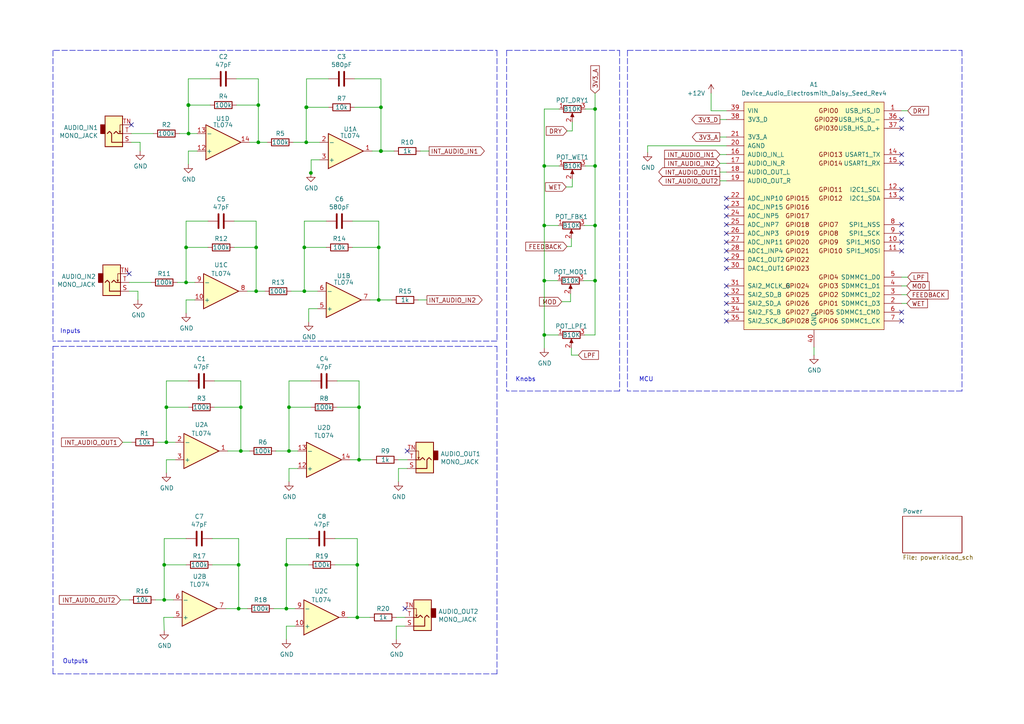
<source format=kicad_sch>
(kicad_sch (version 20211123) (generator eeschema)
  (paper "A4")
  (lib_symbols
    (symbol "Amplifier_Operational:TL074" (pin_names (offset 0.127))
      (property "Reference" "U" (at 0 5.08 0))
      (property "Value" "TL074" (at 0 -5.08 0))
      (symbol "TL074_1_1"
        (polyline (pts (xy -5.08 5.08) (xy 5.08 0) (xy -5.08 -5.08) (xy -5.08 5.08)) (stroke (width 0.254)) (fill (type background)))
        (pin output line (at 7.62 0 180) (length 2.54) (name "~") (number "1"))
        (pin input line (at -7.62 -2.54 0) (length 2.54) (name "-") (number "2"))
        (pin input line (at -7.62 2.54 0) (length 2.54) (name "+") (number "3"))
      )
      (symbol "TL074_2_1"
        (polyline (pts (xy -5.08 5.08) (xy 5.08 0) (xy -5.08 -5.08) (xy -5.08 5.08)) (stroke (width 0.254)) (fill (type background)))
        (pin input line (at -7.62 2.54 0) (length 2.54) (name "+") (number "5"))
        (pin input line (at -7.62 -2.54 0) (length 2.54) (name "-") (number "6"))
        (pin output line (at 7.62 0 180) (length 2.54) (name "~") (number "7"))
      )
      (symbol "TL074_3_1"
        (polyline (pts (xy -5.08 5.08) (xy 5.08 0) (xy -5.08 -5.08) (xy -5.08 5.08)) (stroke (width 0.254)) (fill (type background)))
        (pin input line (at -7.62 2.54 0) (length 2.54) (name "+") (number "10"))
        (pin output line (at 7.62 0 180) (length 2.54) (name "~") (number "8"))
        (pin input line (at -7.62 -2.54 0) (length 2.54) (name "-") (number "9"))
      )
      (symbol "TL074_4_1"
        (polyline (pts (xy -5.08 5.08) (xy 5.08 0) (xy -5.08 -5.08) (xy -5.08 5.08)) (stroke (width 0.254)) (fill (type background)))
        (pin input line (at -7.62 2.54 0) (length 2.54) (name "+") (number "12"))
        (pin input line (at -7.62 -2.54 0) (length 2.54) (name "-") (number "13"))
        (pin output line (at 7.62 0 180) (length 2.54) (name "~") (number "14"))
      )
      (symbol "TL074_5_1"
        (pin power_in line (at -2.54 -7.62 90) (length 3.81) (name "V-") (number "11"))
        (pin power_in line (at -2.54 7.62 270) (length 3.81) (name "V+") (number "4"))
      )
    )
    (symbol "Connector:AudioJack2_SwitchT"
      (property "Reference" "J" (at 0 8.89 0))
      (property "Value" "AudioJack2_SwitchT" (at 0 6.35 0))
      (symbol "AudioJack2_SwitchT_0_1"
        (rectangle (start -2.54 0) (end -3.81 -2.54) (stroke (width 0.254)) (fill (type outline)))
        (polyline (pts (xy 1.778 -0.254) (xy 2.032 -0.762)))
        (polyline (pts (xy 0 0) (xy 0.635 -0.635) (xy 1.27 0) (xy 2.54 0)) (stroke (width 0.254)))
        (polyline (pts (xy 2.54 -2.54) (xy 1.778 -2.54) (xy 1.778 -0.254) (xy 1.524 -0.762)))
        (polyline (pts (xy 2.54 2.54) (xy -0.635 2.54) (xy -0.635 0) (xy -1.27 -0.635) (xy -1.905 0)) (stroke (width 0.254)))
        (rectangle (start 2.54 3.81) (end -2.54 -5.08) (stroke (width 0.254)) (fill (type background)))
      )
      (symbol "AudioJack2_SwitchT_1_1"
        (pin passive line (at 5.08 2.54 180) (length 2.54) (name "~") (number "S"))
        (pin passive line (at 5.08 0 180) (length 2.54) (name "~") (number "T"))
        (pin passive line (at 5.08 -2.54 180) (length 2.54) (name "~") (number "TN"))
      )
    )
    (symbol "Device:C" (pin_numbers hide) (pin_names (offset 0.254))
      (property "Reference" "C" (at 0.635 2.54 0))
      (property "Value" "C" (at 0.635 -2.54 0))
      (symbol "C_0_1"
        (polyline (pts (xy -2.032 -0.762) (xy 2.032 -0.762)) (stroke (width 0.508)))
        (polyline (pts (xy -2.032 0.762) (xy 2.032 0.762)) (stroke (width 0.508)))
      )
      (symbol "C_1_1"
        (pin passive line (at 0 3.81 270) (length 2.794) (name "~") (number "1"))
        (pin passive line (at 0 -3.81 90) (length 2.794) (name "~") (number "2"))
      )
    )
    (symbol "Device:R" (pin_numbers hide) (pin_names (offset 0))
      (property "Reference" "R" (at 2.032 0 90))
      (property "Value" "R" (at 0 0 90))
      (symbol "R_0_1"
        (rectangle (start -1.016 -2.54) (end 1.016 2.54) (stroke (width 0.254)))
      )
      (symbol "R_1_1"
        (pin passive line (at 0 3.81 270) (length 1.27) (name "~") (number "1"))
        (pin passive line (at 0 -3.81 90) (length 1.27) (name "~") (number "2"))
      )
    )
    (symbol "Device:R_Potentiometer" (pin_names (offset 1.016) hide)
      (property "Reference" "RV" (at -4.445 0 90))
      (property "Value" "R_Potentiometer" (at -2.54 0 90))
      (symbol "R_Potentiometer_0_1"
        (polyline (pts (xy 2.54 0) (xy 1.524 0)))
        (polyline (pts (xy 1.143 0) (xy 2.286 0.508) (xy 2.286 -0.508) (xy 1.143 0)) (fill (type outline)))
        (rectangle (start 1.016 2.54) (end -1.016 -2.54) (stroke (width 0.254)))
      )
      (symbol "R_Potentiometer_1_1"
        (pin passive line (at 0 3.81 270) (length 1.27) (name "1") (number "1"))
        (pin passive line (at 3.81 0 180) (length 1.27) (name "2") (number "2"))
        (pin passive line (at 0 -3.81 90) (length 1.27) (name "3") (number "3"))
      )
    )
    (symbol "Device_Audio_Electrosmith_Daisy_Seed:Device_Audio_Electrosmith_Daisy_Seed_Rev4" (pin_names (offset 1.016))
      (property "Reference" "A" (at -20.32 34.29 0))
      (property "Value" "Device_Audio_Electrosmith_Daisy_Seed_Rev4" (at 20.32 36.83 0))
      (symbol "Device_Audio_Electrosmith_Daisy_Seed_Rev4_0_0"
        (text "GPIO0" (at 1.27 30.48 0) (effects (font (size 1.27 1.27)) (justify left)))
        (text "GPIO1" (at 1.27 -25.4 0) (effects (font (size 1.27 1.27)) (justify left)))
        (text "GPIO10" (at 1.27 -10.16 0) (effects (font (size 1.27 1.27)) (justify left)))
        (text "GPIO11" (at 1.27 7.62 0) (effects (font (size 1.27 1.27)) (justify left)))
        (text "GPIO12" (at 1.27 5.08 0) (effects (font (size 1.27 1.27)) (justify left)))
        (text "GPIO13" (at 1.27 17.78 0) (effects (font (size 1.27 1.27)) (justify left)))
        (text "GPIO14" (at 1.27 15.24 0) (effects (font (size 1.27 1.27)) (justify left)))
        (text "GPIO15" (at -1.27 5.08 0) (effects (font (size 1.27 1.27)) (justify right)))
        (text "GPIO16" (at -1.27 2.54 0) (effects (font (size 1.27 1.27)) (justify right)))
        (text "GPIO17" (at -1.27 0 0) (effects (font (size 1.27 1.27)) (justify right)))
        (text "GPIO18" (at -1.27 -2.54 0) (effects (font (size 1.27 1.27)) (justify right)))
        (text "GPIO19" (at -1.27 -5.08 0) (effects (font (size 1.27 1.27)) (justify right)))
        (text "GPIO2" (at 1.27 -22.86 0) (effects (font (size 1.27 1.27)) (justify left)))
        (text "GPIO20" (at -1.27 -7.62 0) (effects (font (size 1.27 1.27)) (justify right)))
        (text "GPIO21" (at -1.27 -10.16 0) (effects (font (size 1.27 1.27)) (justify right)))
        (text "GPIO22" (at -1.27 -12.7 0) (effects (font (size 1.27 1.27)) (justify right)))
        (text "GPIO23" (at -1.27 -15.24 0) (effects (font (size 1.27 1.27)) (justify right)))
        (text "GPIO24" (at -1.27 -20.32 0) (effects (font (size 1.27 1.27)) (justify right)))
        (text "GPIO25" (at -1.27 -22.86 0) (effects (font (size 1.27 1.27)) (justify right)))
        (text "GPIO26" (at -1.27 -25.4 0) (effects (font (size 1.27 1.27)) (justify right)))
        (text "GPIO27" (at -1.27 -27.94 0) (effects (font (size 1.27 1.27)) (justify right)))
        (text "GPIO28" (at -1.27 -30.48 0) (effects (font (size 1.27 1.27)) (justify right)))
        (text "GPIO29" (at 0 27.94 0) (effects (font (size 1.27 1.27)) (justify left)))
        (text "GPIO3" (at 1.27 -20.32 0) (effects (font (size 1.27 1.27)) (justify left)))
        (text "GPIO30" (at 0 25.4 0) (effects (font (size 1.27 1.27)) (justify left)))
        (text "GPIO4" (at 1.27 -17.78 0) (effects (font (size 1.27 1.27)) (justify left)))
        (text "GPIO5" (at 0 -27.94 0) (effects (font (size 1.27 1.27)) (justify left)))
        (text "GPIO6" (at 1.27 -30.48 0) (effects (font (size 1.27 1.27)) (justify left)))
        (text "GPIO7" (at 1.27 -2.54 0) (effects (font (size 1.27 1.27)) (justify left)))
        (text "GPIO8" (at 1.27 -5.08 0) (effects (font (size 1.27 1.27)) (justify left)))
        (text "GPIO9" (at 1.27 -7.62 0) (effects (font (size 1.27 1.27)) (justify left)))
        (pin bidirectional line (at 25.4 30.48 180) (length 5.08) (name "USB_HS_ID") (number "1"))
        (pin bidirectional line (at 25.4 -7.62 180) (length 5.08) (name "SPI1_MISO") (number "10"))
        (pin bidirectional line (at 25.4 -10.16 180) (length 5.08) (name "SPI1_MOSI") (number "11"))
        (pin bidirectional line (at 25.4 7.62 180) (length 5.08) (name "I2C1_SCL") (number "12"))
        (pin bidirectional line (at 25.4 5.08 180) (length 5.08) (name "I2C1_SDA") (number "13"))
        (pin bidirectional line (at 25.4 17.78 180) (length 5.08) (name "USART1_TX") (number "14"))
        (pin bidirectional line (at 25.4 15.24 180) (length 5.08) (name "USART1_RX") (number "15"))
        (pin input line (at -25.4 17.78 0) (length 5.08) (name "AUDIO_IN_L") (number "16"))
        (pin input line (at -25.4 15.24 0) (length 5.08) (name "AUDIO_IN_R") (number "17"))
        (pin output line (at -25.4 12.7 0) (length 5.08) (name "AUDIO_OUT_L") (number "18"))
        (pin output line (at -25.4 10.16 0) (length 5.08) (name "AUDIO_OUT_R") (number "19"))
        (pin bidirectional line (at 25.4 -25.4 180) (length 5.08) (name "SDMMC1_D3") (number "2"))
        (pin passive line (at -25.4 20.32 0) (length 5.08) (name "AGND") (number "20"))
        (pin power_out line (at -25.4 22.86 0) (length 5.08) (name "3V3_A") (number "21"))
        (pin bidirectional line (at -25.4 5.08 0) (length 5.08) (name "ADC_INP10") (number "22"))
        (pin bidirectional line (at -25.4 2.54 0) (length 5.08) (name "ADC_INP15") (number "23"))
        (pin bidirectional line (at -25.4 0 0) (length 5.08) (name "ADC_INP5") (number "24"))
        (pin bidirectional line (at -25.4 -2.54 0) (length 5.08) (name "ADC_INP7") (number "25"))
        (pin bidirectional line (at -25.4 -5.08 0) (length 5.08) (name "ADC_INP3") (number "26"))
        (pin bidirectional line (at -25.4 -7.62 0) (length 5.08) (name "ADC_INP11") (number "27"))
        (pin bidirectional line (at -25.4 -10.16 0) (length 5.08) (name "ADC1_INP4") (number "28"))
        (pin bidirectional line (at -25.4 -12.7 0) (length 5.08) (name "DAC1_OUT2") (number "29"))
        (pin bidirectional line (at 25.4 -22.86 180) (length 5.08) (name "SDMMC1_D2") (number "3"))
        (pin bidirectional line (at -25.4 -15.24 0) (length 5.08) (name "DAC1_OUT1") (number "30"))
        (pin bidirectional line (at -25.4 -20.32 0) (length 5.08) (name "SAI2_MCLK_B") (number "31"))
        (pin bidirectional line (at -25.4 -22.86 0) (length 5.08) (name "SAI2_SD_B") (number "32"))
        (pin bidirectional line (at -25.4 -25.4 0) (length 5.08) (name "SAI2_SD_A") (number "33"))
        (pin bidirectional line (at -25.4 -27.94 0) (length 5.08) (name "SAI2_FS_B") (number "34"))
        (pin bidirectional line (at -25.4 -30.48 0) (length 5.08) (name "SAI2_SCK_B") (number "35"))
        (pin bidirectional line (at 25.4 27.94 180) (length 5.08) (name "USB_HS_D_-") (number "36"))
        (pin bidirectional line (at 25.4 25.4 180) (length 5.08) (name "USB_HS_D_+") (number "37"))
        (pin power_out line (at -25.4 27.94 0) (length 5.08) (name "3V3_D") (number "38"))
        (pin power_in line (at -25.4 30.48 0) (length 5.08) (name "VIN") (number "39"))
        (pin bidirectional line (at 25.4 -20.32 180) (length 5.08) (name "SDMMC1_D1") (number "4"))
        (pin passive line (at 0 -38.1 90) (length 5.08) (name "GND") (number "40"))
        (pin bidirectional line (at 25.4 -17.78 180) (length 5.08) (name "SDMMC1_D0") (number "5"))
        (pin bidirectional line (at 25.4 -27.94 180) (length 5.08) (name "SDMMC1_CMD") (number "6"))
        (pin bidirectional line (at 25.4 -30.48 180) (length 5.08) (name "SDMMC1_CK") (number "7"))
        (pin bidirectional line (at 25.4 -2.54 180) (length 5.08) (name "SPI1_NSS") (number "8"))
        (pin bidirectional line (at 25.4 -5.08 180) (length 5.08) (name "SPI1_SCK") (number "9"))
      )
      (symbol "Device_Audio_Electrosmith_Daisy_Seed_Rev4_0_1"
        (rectangle (start -20.32 33.02) (end 20.32 -33.02) (fill (type background)))
      )
    )
    (symbol "power:+12V" (power) (pin_names (offset 0))
      (property "Value" "+12V" (at 0 3.556 0))
      (symbol "+12V_0_1"
        (polyline (pts (xy -0.762 1.27) (xy 0 2.54)))
        (polyline (pts (xy 0 0) (xy 0 2.54)))
        (polyline (pts (xy 0 2.54) (xy 0.762 1.27)))
      )
      (symbol "+12V_1_1"
        (pin power_in line (at 0 0 90) (length 0) hide (name "+12V") (number "1"))
      )
    )
    (symbol "power:GND" (power) (pin_names (offset 0))
      (property "Value" "GND" (at 0 -3.81 0))
      (symbol "GND_0_1"
        (polyline (pts (xy 0 0) (xy 0 -1.27) (xy 1.27 -1.27) (xy 0 -2.54) (xy -1.27 -1.27) (xy 0 -1.27)))
      )
      (symbol "GND_1_1"
        (pin power_in line (at 0 0 270) (length 0) hide (name "GND") (number "1"))
      )
    )
  )
  (junction (at 54.6862 38.735))
  (junction (at 103.632 163.83))
  (junction (at 54.61 30.48))
  (junction (at 103.632 179.07))
  (junction (at 83.82 118.11))
  (junction (at 74.93 30.48))
  (junction (at 109.855 71.755))
  (junction (at 157.861 48.133))
  (junction (at 74.93 41.275))
  (junction (at 157.861 97.155))
  (junction (at 54.6862 30.48))
  (junction (at 109.855 86.995))
  (junction (at 74.295 71.755))
  (junction (at 88.265 84.455))
  (junction (at 47.625 173.99))
  (junction (at 48.26 118.11))
  (junction (at 172.593 81.407))
  (junction (at 88.8238 31.115))
  (junction (at 69.85 118.11))
  (junction (at 172.593 65.405))
  (junction (at 83.058 163.83))
  (junction (at 48.26 128.27))
  (junction (at 157.861 65.405))
  (junction (at 69.85 130.81))
  (junction (at 90.17 50.165))
  (junction (at 83.82 130.81))
  (junction (at 88.9 31.115))
  (junction (at 53.975 81.915))
  (junction (at 110.4646 43.815))
  (junction (at 69.215 163.83))
  (junction (at 110.49 31.115))
  (junction (at 88.265 71.755))
  (junction (at 157.861 81.407))
  (junction (at 104.14 133.35))
  (junction (at 69.215 176.53))
  (junction (at 110.49 43.815))
  (junction (at 74.295 84.455))
  (junction (at 83.058 176.53))
  (junction (at 47.625 163.83))
  (junction (at 53.975 71.755))
  (junction (at 88.8238 41.275))
  (junction (at 172.593 31.623))
  (junction (at 172.593 48.133))
  (junction (at 104.14 118.11))
  (no_connect (at 261.493 93.091))
  (no_connect (at 261.493 90.551))
  (no_connect (at 37.465 79.375))
  (no_connect (at 118.11 130.81))
  (no_connect (at 117.475 176.53))
  (no_connect (at 261.493 47.371))
  (no_connect (at 261.493 57.531))
  (no_connect (at 261.493 54.991))
  (no_connect (at 261.493 34.671))
  (no_connect (at 261.493 37.211))
  (no_connect (at 261.493 44.831))
  (no_connect (at 210.693 67.691))
  (no_connect (at 210.693 62.611))
  (no_connect (at 210.693 57.531))
  (no_connect (at 210.693 65.151))
  (no_connect (at 210.693 60.071))
  (no_connect (at 210.693 85.471))
  (no_connect (at 210.693 93.091))
  (no_connect (at 210.693 90.551))
  (no_connect (at 210.693 88.011))
  (no_connect (at 210.693 82.931))
  (no_connect (at 210.693 77.851))
  (no_connect (at 210.693 72.771))
  (no_connect (at 210.693 75.311))
  (no_connect (at 210.693 70.231))
  (no_connect (at 261.493 65.151))
  (no_connect (at 261.493 72.771))
  (no_connect (at 261.493 67.691))
  (no_connect (at 261.493 70.231))
  (no_connect (at 38.1 36.195))
  (wire (pts (xy 208.788 52.451) (xy 210.693 52.451)))
  (wire (pts (xy 103.632 156.21) (xy 103.632 163.83)))
  (wire (pts (xy 117.475 181.61) (xy 114.935 181.61)))
  (wire (pts (xy 48.26 128.27) (xy 50.8 128.27)))
  (wire (pts (xy 104.14 133.35) (xy 101.6 133.35)))
  (wire (pts (xy 89.535 89.535) (xy 89.535 93.345)))
  (wire (pts (xy 157.861 81.407) (xy 157.861 97.155)))
  (wire (pts (xy 74.93 41.275) (xy 74.93 30.48)))
  (wire (pts (xy 88.265 71.755) (xy 94.615 71.755)))
  (wire (pts (xy 90.2462 46.355) (xy 90.2462 50.165)))
  (wire (pts (xy 69.215 176.53) (xy 69.215 163.83)))
  (wire (pts (xy 107.95 133.35) (xy 104.14 133.35)))
  (polyline (pts (xy 279.019 113.411) (xy 181.991 113.411)))
  (wire (pts (xy 51.435 81.915) (xy 53.975 81.915)))
  (wire (pts (xy 157.861 81.407) (xy 161.671 81.407)))
  (wire (pts (xy 157.861 97.155) (xy 157.861 100.965)))
  (wire (pts (xy 103.632 163.83) (xy 103.632 179.07)))
  (wire (pts (xy 48.26 133.35) (xy 48.26 137.16)))
  (wire (pts (xy 164.465 71.501) (xy 165.735 71.501)))
  (wire (pts (xy 104.14 118.11) (xy 104.14 133.35)))
  (wire (pts (xy 48.26 118.11) (xy 48.26 128.27)))
  (wire (pts (xy 157.861 48.133) (xy 157.861 65.405)))
  (wire (pts (xy 88.8238 41.275) (xy 88.8238 31.115)))
  (wire (pts (xy 104.14 110.49) (xy 104.14 118.11)))
  (wire (pts (xy 54.6862 30.48) (xy 54.61 30.48)))
  (wire (pts (xy 45.72 128.27) (xy 48.26 128.27)))
  (wire (pts (xy 165.735 102.997) (xy 167.767 102.997)))
  (wire (pts (xy 102.235 64.135) (xy 109.855 64.135)))
  (wire (pts (xy 88.265 64.135) (xy 88.265 71.755)))
  (wire (pts (xy 162.941 87.503) (xy 165.481 87.503)))
  (wire (pts (xy 89.535 156.21) (xy 83.058 156.21)))
  (wire (pts (xy 208.8134 34.671) (xy 210.693 34.671)))
  (polyline (pts (xy 181.991 14.605) (xy 279.019 14.605)))
  (polyline (pts (xy 15.367 100.457) (xy 144.145 100.457)))
  (wire (pts (xy 69.85 130.81) (xy 69.85 118.11)))
  (wire (pts (xy 54.61 110.49) (xy 48.26 110.49)))
  (wire (pts (xy 60.325 71.755) (xy 53.975 71.755)))
  (wire (pts (xy 74.295 71.755) (xy 67.945 71.755)))
  (wire (pts (xy 83.058 163.83) (xy 89.535 163.83)))
  (wire (pts (xy 109.855 64.135) (xy 109.855 71.755)))
  (wire (pts (xy 88.8238 41.275) (xy 92.6846 41.275)))
  (wire (pts (xy 54.6862 30.48) (xy 54.6862 38.735)))
  (wire (pts (xy 47.625 163.83) (xy 47.625 173.99)))
  (wire (pts (xy 52.07 38.735) (xy 54.6862 38.735)))
  (wire (pts (xy 110.4646 43.815) (xy 110.49 43.815)))
  (wire (pts (xy 115.57 133.35) (xy 118.11 133.35)))
  (wire (pts (xy 90.2462 46.355) (xy 92.6846 46.355)))
  (wire (pts (xy 210.693 42.291) (xy 187.833 42.291)))
  (wire (pts (xy 102.87 22.86) (xy 110.49 22.86)))
  (wire (pts (xy 74.93 30.48) (xy 68.58 30.48)))
  (wire (pts (xy 261.493 85.471) (xy 263.017 85.471)))
  (wire (pts (xy 60.96 30.48) (xy 54.6862 30.48)))
  (wire (pts (xy 110.49 22.86) (xy 110.49 31.115)))
  (wire (pts (xy 157.861 31.623) (xy 157.861 48.133)))
  (wire (pts (xy 53.975 156.21) (xy 47.625 156.21)))
  (wire (pts (xy 83.058 156.21) (xy 83.058 163.83)))
  (wire (pts (xy 71.755 84.455) (xy 74.295 84.455)))
  (wire (pts (xy 53.975 86.995) (xy 56.515 86.995)))
  (wire (pts (xy 165.989 37.973) (xy 165.989 35.433)))
  (wire (pts (xy 61.595 156.21) (xy 69.215 156.21)))
  (wire (pts (xy 110.4646 43.815) (xy 107.9246 43.815)))
  (wire (pts (xy 50.8 133.35) (xy 48.26 133.35)))
  (wire (pts (xy 83.058 176.53) (xy 85.598 176.53)))
  (wire (pts (xy 53.975 90.805) (xy 53.975 86.995)))
  (wire (pts (xy 84.455 84.455) (xy 88.265 84.455)))
  (wire (pts (xy 69.215 176.53) (xy 65.532 176.53)))
  (wire (pts (xy 236.093 100.711) (xy 236.093 102.997)))
  (wire (pts (xy 37.465 84.455) (xy 40.005 84.455)))
  (wire (pts (xy 69.85 118.11) (xy 62.23 118.11)))
  (wire (pts (xy 97.155 163.83) (xy 103.632 163.83)))
  (wire (pts (xy 83.058 181.61) (xy 83.058 185.42)))
  (wire (pts (xy 71.755 176.53) (xy 69.215 176.53)))
  (polyline (pts (xy 15.367 14.605) (xy 15.367 98.933)))
  (wire (pts (xy 165.735 71.501) (xy 165.735 69.215)))
  (wire (pts (xy 67.945 64.135) (xy 74.295 64.135)))
  (wire (pts (xy 172.593 81.407) (xy 172.593 97.155)))
  (polyline (pts (xy 15.621 14.605) (xy 144.145 14.605)))
  (polyline (pts (xy 144.145 100.457) (xy 144.145 195.453)))
  (wire (pts (xy 157.861 48.133) (xy 162.179 48.133)))
  (wire (pts (xy 53.975 163.83) (xy 47.625 163.83)))
  (wire (pts (xy 90.2462 50.165) (xy 90.17 50.165)))
  (wire (pts (xy 60.96 22.86) (xy 54.61 22.86)))
  (wire (pts (xy 35.56 128.27) (xy 38.1 128.27)))
  (wire (pts (xy 169.291 81.407) (xy 172.593 81.407)))
  (wire (pts (xy 74.295 84.455) (xy 76.835 84.455)))
  (wire (pts (xy 54.61 22.86) (xy 54.61 30.48)))
  (wire (pts (xy 62.23 110.49) (xy 69.85 110.49)))
  (wire (pts (xy 157.861 65.405) (xy 157.861 81.407)))
  (wire (pts (xy 208.788 47.371) (xy 210.693 47.371)))
  (wire (pts (xy 69.85 130.81) (xy 66.04 130.81)))
  (polyline (pts (xy 181.991 14.605) (xy 181.991 113.411)))
  (wire (pts (xy 169.799 31.623) (xy 172.593 31.623)))
  (wire (pts (xy 97.155 156.21) (xy 103.632 156.21)))
  (polyline (pts (xy 144.145 14.605) (xy 144.145 98.933)))
  (wire (pts (xy 54.61 118.11) (xy 48.26 118.11)))
  (polyline (pts (xy 179.705 113.411) (xy 146.939 113.411)))
  (wire (pts (xy 83.058 176.53) (xy 79.375 176.53)))
  (polyline (pts (xy 179.705 14.605) (xy 179.705 113.411)))
  (wire (pts (xy 172.593 31.623) (xy 172.593 48.133)))
  (wire (pts (xy 72.39 130.81) (xy 69.85 130.81)))
  (wire (pts (xy 68.58 22.86) (xy 74.93 22.86)))
  (wire (pts (xy 92.075 89.535) (xy 89.535 89.535)))
  (wire (pts (xy 165.989 54.229) (xy 165.989 51.943)))
  (wire (pts (xy 90.17 110.49) (xy 83.82 110.49)))
  (wire (pts (xy 47.498 179.07) (xy 47.625 182.88)))
  (wire (pts (xy 83.82 135.89) (xy 83.82 139.7)))
  (wire (pts (xy 162.179 31.623) (xy 157.861 31.623)))
  (wire (pts (xy 74.93 22.86) (xy 74.93 30.48)))
  (wire (pts (xy 165.735 100.965) (xy 165.735 102.997)))
  (wire (pts (xy 109.855 71.755) (xy 109.855 86.995)))
  (wire (pts (xy 38.1 38.735) (xy 44.45 38.735)))
  (wire (pts (xy 38.1 41.275) (xy 40.64 41.275)))
  (wire (pts (xy 74.295 84.455) (xy 74.295 71.755)))
  (wire (pts (xy 34.925 173.99) (xy 37.465 173.99)))
  (wire (pts (xy 102.235 71.755) (xy 109.855 71.755)))
  (wire (pts (xy 83.82 130.81) (xy 80.01 130.81)))
  (wire (pts (xy 115.57 135.89) (xy 115.57 139.7)))
  (wire (pts (xy 37.465 81.915) (xy 43.815 81.915)))
  (polyline (pts (xy 146.939 14.605) (xy 146.939 113.411)))
  (wire (pts (xy 118.11 135.89) (xy 115.57 135.89)))
  (wire (pts (xy 113.665 86.995) (xy 109.855 86.995)))
  (wire (pts (xy 123.825 86.995) (xy 121.285 86.995)))
  (wire (pts (xy 109.855 86.995) (xy 107.315 86.995)))
  (wire (pts (xy 157.861 97.155) (xy 161.925 97.155)))
  (wire (pts (xy 88.9 31.115) (xy 95.25 31.115)))
  (wire (pts (xy 50.292 179.07) (xy 47.498 179.07)))
  (wire (pts (xy 206.248 27.051) (xy 206.248 32.131)))
  (wire (pts (xy 165.481 87.503) (xy 165.481 85.217)))
  (wire (pts (xy 124.46 43.815) (xy 121.92 43.815)))
  (wire (pts (xy 74.93 41.275) (xy 77.47 41.275)))
  (wire (pts (xy 261.493 80.391) (xy 263.271 80.391)))
  (wire (pts (xy 47.625 173.99) (xy 50.292 173.99)))
  (polyline (pts (xy 279.019 14.605) (xy 279.019 113.411)))
  (wire (pts (xy 83.82 110.49) (xy 83.82 118.11)))
  (wire (pts (xy 97.79 110.49) (xy 104.14 110.49)))
  (wire (pts (xy 54.6354 43.815) (xy 57.1754 43.815)))
  (wire (pts (xy 40.005 84.455) (xy 40.005 86.995)))
  (wire (pts (xy 40.64 41.275) (xy 40.64 43.815)))
  (wire (pts (xy 94.615 64.135) (xy 88.265 64.135)))
  (wire (pts (xy 114.935 179.07) (xy 117.475 179.07)))
  (wire (pts (xy 74.295 64.135) (xy 74.295 71.755)))
  (wire (pts (xy 261.493 82.931) (xy 263.017 82.931)))
  (wire (pts (xy 169.799 48.133) (xy 172.593 48.133)))
  (wire (pts (xy 102.87 31.115) (xy 110.49 31.115)))
  (wire (pts (xy 208.788 44.831) (xy 210.693 44.831)))
  (wire (pts (xy 208.788 49.911) (xy 210.693 49.911)))
  (wire (pts (xy 114.935 181.61) (xy 114.935 185.42)))
  (polyline (pts (xy 144.145 98.933) (xy 15.367 98.933)))
  (wire (pts (xy 69.215 156.21) (xy 69.215 163.83)))
  (wire (pts (xy 69.215 163.83) (xy 61.595 163.83)))
  (wire (pts (xy 88.8238 31.115) (xy 88.9 31.115)))
  (wire (pts (xy 261.493 88.011) (xy 263.017 88.011)))
  (wire (pts (xy 83.82 130.81) (xy 83.82 118.11)))
  (wire (pts (xy 103.632 179.07) (xy 107.315 179.07)))
  (polyline (pts (xy 146.939 14.605) (xy 179.705 14.605)))
  (wire (pts (xy 86.36 135.89) (xy 83.82 135.89)))
  (wire (pts (xy 164.465 37.973) (xy 165.989 37.973)))
  (wire (pts (xy 83.82 118.11) (xy 90.17 118.11)))
  (wire (pts (xy 157.861 65.405) (xy 161.925 65.405)))
  (wire (pts (xy 172.593 97.155) (xy 169.545 97.155)))
  (wire (pts (xy 85.09 41.275) (xy 88.8238 41.275)))
  (wire (pts (xy 53.975 64.135) (xy 53.975 71.755)))
  (wire (pts (xy 172.593 27.051) (xy 172.593 31.623)))
  (wire (pts (xy 47.625 156.21) (xy 47.625 163.83)))
  (wire (pts (xy 172.593 48.133) (xy 172.593 65.405)))
  (wire (pts (xy 169.545 65.405) (xy 172.593 65.405)))
  (wire (pts (xy 114.3 43.815) (xy 110.49 43.815)))
  (wire (pts (xy 86.36 130.81) (xy 83.82 130.81)))
  (wire (pts (xy 54.6354 43.815) (xy 54.6354 47.625)))
  (wire (pts (xy 88.9 22.86) (xy 88.9 31.115)))
  (wire (pts (xy 172.593 65.405) (xy 172.593 81.407)))
  (polyline (pts (xy 15.367 195.453) (xy 15.367 100.457)))
  (wire (pts (xy 53.975 81.915) (xy 56.515 81.915)))
  (wire (pts (xy 208.788 39.751) (xy 210.693 39.751)))
  (wire (pts (xy 69.85 110.49) (xy 69.85 118.11)))
  (wire (pts (xy 54.6862 38.735) (xy 57.1754 38.735)))
  (wire (pts (xy 187.833 42.291) (xy 187.833 44.196)))
  (wire (pts (xy 164.211 54.229) (xy 165.989 54.229)))
  (wire (pts (xy 261.493 32.131) (xy 263.271 32.131)))
  (polyline (pts (xy 144.145 195.453) (xy 15.367 195.453)))
  (wire (pts (xy 100.838 179.07) (xy 103.632 179.07)))
  (wire (pts (xy 110.49 31.115) (xy 110.49 43.815)))
  (wire (pts (xy 206.248 32.131) (xy 210.693 32.131)))
  (wire (pts (xy 97.79 118.11) (xy 104.14 118.11)))
  (wire (pts (xy 85.598 181.61) (xy 83.058 181.61)))
  (wire (pts (xy 88.265 84.455) (xy 88.265 71.755)))
  (wire (pts (xy 88.265 84.455) (xy 92.075 84.455)))
  (wire (pts (xy 95.25 22.86) (xy 88.9 22.86)))
  (wire (pts (xy 45.085 173.99) (xy 47.625 173.99)))
  (wire (pts (xy 48.26 110.49) (xy 48.26 118.11)))
  (wire (pts (xy 72.4154 41.275) (xy 74.93 41.275)))
  (wire (pts (xy 60.325 64.135) (xy 53.975 64.135)))
  (wire (pts (xy 53.975 71.755) (xy 53.975 81.915)))
  (wire (pts (xy 83.058 163.83) (xy 83.058 176.53)))
  (text "Inputs" (at 17.399 96.901 0) (effects (font (size 1.27 1.27)) (justify left bottom)))
  (text "Outputs\n" (at 18.161 192.659 0) (effects (font (size 1.27 1.27)) (justify left bottom)))
  (text "Knobs" (at 149.479 110.871 0) (effects (font (size 1.27 1.27)) (justify left bottom)))
  (text "MCU" (at 185.293 110.871 0) (effects (font (size 1.27 1.27)) (justify left bottom)))
  (global_label "FEEDBACK" (shape input) (at 164.465 71.501 180) (property "Intersheet References" "${INTERSHEET_REFS}" (effects hide)))
  (global_label "INT_AUDIO_IN1" (shape output) (at 124.46 43.815 0) (property "Intersheet References" "${INTERSHEET_REFS}" (effects hide)))
  (global_label "3V3_A" (shape output) (at 208.788 39.751 180) (property "Intersheet References" "${INTERSHEET_REFS}" (effects hide)))
  (global_label "LPF" (shape input) (at 167.767 102.997 0) (property "Intersheet References" "${INTERSHEET_REFS}" (effects hide)))
  (global_label "LPF" (shape input) (at 263.271 80.391 0) (property "Intersheet References" "${INTERSHEET_REFS}" (effects hide)))
  (global_label "WET" (shape input) (at 164.211 54.229 180) (property "Intersheet References" "${INTERSHEET_REFS}" (effects hide)))
  (global_label "INT_AUDIO_IN1" (shape input) (at 208.788 44.831 180) (property "Intersheet References" "${INTERSHEET_REFS}" (effects hide)))
  (global_label "DRY" (shape input) (at 263.271 32.131 0) (property "Intersheet References" "${INTERSHEET_REFS}" (effects hide)))
  (global_label "3V3_A" (shape input) (at 172.593 27.051 90) (property "Intersheet References" "${INTERSHEET_REFS}" (effects hide)))
  (global_label "INT_AUDIO_IN2" (shape output) (at 123.825 86.995 0) (property "Intersheet References" "${INTERSHEET_REFS}" (effects hide)))
  (global_label "INT_AUDIO_OUT2" (shape output) (at 208.788 52.451 180) (property "Intersheet References" "${INTERSHEET_REFS}" (effects hide)))
  (global_label "MOD" (shape input) (at 263.017 82.931 0) (property "Intersheet References" "${INTERSHEET_REFS}" (effects hide)))
  (global_label "INT_AUDIO_OUT2" (shape input) (at 34.925 173.99 180) (property "Intersheet References" "${INTERSHEET_REFS}" (effects hide)))
  (global_label "MOD" (shape input) (at 162.941 87.503 180) (property "Intersheet References" "${INTERSHEET_REFS}" (effects hide)))
  (global_label "FEEDBACK" (shape input) (at 263.017 85.471 0) (property "Intersheet References" "${INTERSHEET_REFS}" (effects hide)))
  (global_label "WET" (shape input) (at 263.017 88.011 0) (property "Intersheet References" "${INTERSHEET_REFS}" (effects hide)))
  (global_label "INT_AUDIO_IN2" (shape input) (at 208.788 47.371 180) (property "Intersheet References" "${INTERSHEET_REFS}" (effects hide)))
  (global_label "INT_AUDIO_OUT1" (shape input) (at 35.56 128.27 180) (property "Intersheet References" "${INTERSHEET_REFS}" (effects hide)))
  (global_label "3V3_D" (shape output) (at 208.8134 34.671 180) (property "Intersheet References" "${INTERSHEET_REFS}" (effects hide)))
  (global_label "INT_AUDIO_OUT1" (shape output) (at 208.788 49.911 180) (property "Intersheet References" "${INTERSHEET_REFS}" (effects hide)))
  (global_label "DRY" (shape input) (at 164.465 37.973 180) (property "Intersheet References" "${INTERSHEET_REFS}" (effects hide)))
  (symbol (lib_id "Amplifier_Operational:TL074") (at 100.3046 43.815 0) (mirror x) (unit 1)
    (property "Reference" "U1" (at 101.5746 37.465 0))
    (property "Value" "TL074" (at 101.5746 39.37 0))
    (property "Footprint" "Package_DIP:DIP-14_W7.62mm" (effects hide))
    (property "Datasheet" "http://www.ti.com/lit/ds/symlink/tl071.pdf" (effects hide))
  )
  (symbol (lib_id "Amplifier_Operational:TL074") (at 99.695 86.995 0) (mirror x) (unit 2)
    (property "Reference" "U1" (at 99.695 80.01 0))
    (property "Value" "TL074" (at 99.695 81.915 0))
    (property "Footprint" "Package_DIP:DIP-14_W7.62mm" (effects hide))
    (property "Datasheet" "http://www.ti.com/lit/ds/symlink/tl071.pdf" (effects hide))
  )
  (symbol (lib_id "Amplifier_Operational:TL074") (at 64.135 84.455 0) (mirror x) (unit 3)
    (property "Reference" "U1" (at 64.135 76.835 0))
    (property "Value" "TL074" (at 64.135 79.375 0))
    (property "Footprint" "Package_DIP:DIP-14_W7.62mm" (effects hide))
    (property "Datasheet" "http://www.ti.com/lit/ds/symlink/tl071.pdf" (effects hide))
  )
  (symbol (lib_id "Amplifier_Operational:TL074") (at 64.7954 41.275 0) (mirror x) (unit 4)
    (property "Reference" "U1" (at 64.643 34.417 0))
    (property "Value" "TL074" (at 64.6938 36.2458 0))
    (property "Footprint" "Package_DIP:DIP-14_W7.62mm" (effects hide))
    (property "Datasheet" "http://www.ti.com/lit/ds/symlink/tl071.pdf" (effects hide))
  )
  (symbol (lib_id "Device:R") (at 64.77 30.48 270) (unit 1)
    (property "Reference" "R4" (at 64.77 27.94 90))
    (property "Value" "100k" (at 64.77 30.48 90))
    (property "Footprint" "benjiaomodular:Resistor_L6.3mm_D2.5mm_P7.62mm_Horizontal" (effects hide))
  )
  (symbol (lib_id "Device:R") (at 48.26 38.735 270) (unit 1)
    (property "Reference" "R2" (at 48.26 36.195 90))
    (property "Value" "100k" (at 48.26 38.735 90))
    (property "Footprint" "benjiaomodular:Resistor_L6.3mm_D2.5mm_P7.62mm_Horizontal" (effects hide))
  )
  (symbol (lib_id "Device:R") (at 81.28 41.275 270) (unit 1)
    (property "Reference" "R5" (at 81.28 38.735 90))
    (property "Value" "100k" (at 81.28 41.275 90))
    (property "Footprint" "benjiaomodular:Resistor_L6.3mm_D2.5mm_P7.62mm_Horizontal" (effects hide))
  )
  (symbol (lib_id "Device:R") (at 99.06 31.115 270) (unit 1)
    (property "Reference" "R7" (at 99.06 28.575 90))
    (property "Value" "10k" (at 99.06 31.115 90))
    (property "Footprint" "benjiaomodular:Resistor_L6.3mm_D2.5mm_P7.62mm_Horizontal" (effects hide))
  )
  (symbol (lib_id "Device:R") (at 118.11 43.815 270) (unit 1)
    (property "Reference" "R10" (at 118.11 41.275 90))
    (property "Value" "1k" (at 118.11 43.815 90))
    (property "Footprint" "benjiaomodular:Resistor_L6.3mm_D2.5mm_P7.62mm_Horizontal" (effects hide))
  )
  (symbol (lib_id "Device:C") (at 64.77 22.86 270) (unit 1)
    (property "Reference" "C2" (at 64.77 16.4592 90))
    (property "Value" "47pF" (at 64.77 18.7706 90))
    (property "Footprint" "benjiaomodular:Capacitor_Disc_D3.8mm_W2.6mm_P2.50mm" (effects hide))
  )
  (symbol (lib_id "Device:C") (at 99.06 22.86 270) (unit 1)
    (property "Reference" "C3" (at 99.06 16.4592 90))
    (property "Value" "580pF" (at 99.06 18.7706 90))
    (property "Footprint" "benjiaomodular:Capacitor_Rect_L7.2mm_W2.5mm_P5.00mm" (effects hide))
  )
  (symbol (lib_id "Connector:AudioJack2_SwitchT") (at 33.02 38.735 0) (mirror x) (unit 1)
    (property "Reference" "AUDIO_IN1" (at 28.448 37.0332 0) (effects (justify right)))
    (property "Value" "MONO_JACK" (at 28.448 39.3446 0) (effects (justify right)))
    (property "Footprint" "benjiaomodular:AudioJack_3.5mm" (effects hide))
  )
  (symbol (lib_id "power:GND") (at 54.6354 47.625 0) (unit 1)
    (property "Reference" "#PWR03" (effects hide))
    (property "Value" "GND" (at 54.7624 52.0192 0))
  )
  (symbol (lib_id "power:GND") (at 40.64 43.815 0) (unit 1)
    (property "Reference" "#PWR01" (effects hide))
    (property "Value" "GND" (at 40.767 48.2092 0))
  )
  (symbol (lib_id "power:GND") (at 90.17 50.165 0) (unit 1)
    (property "Reference" "#PWR05" (effects hide))
    (property "Value" "GND" (at 90.297 54.5592 0))
  )
  (symbol (lib_id "Device:R") (at 41.91 128.27 270) (unit 1)
    (property "Reference" "R1" (at 41.91 125.73 90))
    (property "Value" "10k" (at 41.91 128.27 90))
    (property "Footprint" "benjiaomodular:Resistor_L6.3mm_D2.5mm_P7.62mm_Horizontal" (effects hide))
  )
  (symbol (lib_id "Device:R") (at 58.42 118.11 270) (unit 1)
    (property "Reference" "R3" (at 58.42 115.57 90))
    (property "Value" "100k" (at 58.42 118.11 90))
    (property "Footprint" "benjiaomodular:Resistor_L6.3mm_D2.5mm_P7.62mm_Horizontal" (effects hide))
  )
  (symbol (lib_id "Device:R") (at 93.98 118.11 270) (unit 1)
    (property "Reference" "R8" (at 93.98 115.57 90))
    (property "Value" "100k" (at 93.98 118.11 90))
    (property "Footprint" "benjiaomodular:Resistor_L6.3mm_D2.5mm_P7.62mm_Horizontal" (effects hide))
  )
  (symbol (lib_id "Device:R") (at 76.2 130.81 270) (unit 1)
    (property "Reference" "R6" (at 76.2 128.27 90))
    (property "Value" "100k" (at 76.2 130.81 90))
    (property "Footprint" "benjiaomodular:Resistor_L6.3mm_D2.5mm_P7.62mm_Horizontal" (effects hide))
  )
  (symbol (lib_id "Device:C") (at 58.42 110.49 270) (unit 1)
    (property "Reference" "C1" (at 58.42 104.0892 90))
    (property "Value" "47pF" (at 58.42 106.4006 90))
    (property "Footprint" "benjiaomodular:Capacitor_Disc_D3.8mm_W2.6mm_P2.50mm" (effects hide))
  )
  (symbol (lib_id "Device:C") (at 93.98 110.49 270) (unit 1)
    (property "Reference" "C4" (at 93.98 104.0892 90))
    (property "Value" "47pF" (at 93.98 106.4006 90))
    (property "Footprint" "benjiaomodular:Capacitor_Disc_D3.8mm_W2.6mm_P2.50mm" (effects hide))
  )
  (symbol (lib_id "power:GND") (at 48.26 137.16 0) (unit 1)
    (property "Reference" "#PWR02" (effects hide))
    (property "Value" "GND" (at 48.387 141.5542 0))
  )
  (symbol (lib_id "power:GND") (at 83.82 139.7 0) (unit 1)
    (property "Reference" "#PWR04" (effects hide))
    (property "Value" "GND" (at 83.947 144.0942 0))
  )
  (symbol (lib_id "Connector:AudioJack2_SwitchT") (at 123.19 133.35 180) (unit 1)
    (property "Reference" "AUDIO_OUT1" (at 127.762 131.6482 0) (effects (justify right)))
    (property "Value" "MONO_JACK" (at 127.762 133.9596 0) (effects (justify right)))
    (property "Footprint" "benjiaomodular:AudioJack_3.5mm" (effects hide))
  )
  (symbol (lib_id "Device:R") (at 111.76 133.35 270) (unit 1)
    (property "Reference" "R9" (at 111.76 130.81 90))
    (property "Value" "1k" (at 111.76 133.35 90))
    (property "Footprint" "benjiaomodular:Resistor_L6.3mm_D2.5mm_P7.62mm_Horizontal" (effects hide))
  )
  (symbol (lib_id "power:GND") (at 115.57 139.7 0) (unit 1)
    (property "Reference" "#PWR06" (effects hide))
    (property "Value" "GND" (at 115.697 144.0942 0))
  )
  (symbol (lib_id "power:GND") (at 236.093 102.997 0) (unit 1)
    (property "Reference" "#PWR0107" (effects hide))
    (property "Value" "GND" (at 236.22 107.3912 0))
  )
  (symbol (lib_id "Device_Audio_Electrosmith_Daisy_Seed:Device_Audio_Electrosmith_Daisy_Seed_Rev4") (at 236.093 62.611 0) (unit 1)
    (property "Reference" "A1" (at 236.093 24.511 0))
    (property "Value" "Device_Audio_Electrosmith_Daisy_Seed_Rev4" (at 236.093 27.051 0))
    (property "Footprint" "daisy-seed:Device_Audio_Electrosmith_Daisy_Seed" (effects hide))
    (property "Datasheet" "https://github.com/electro-smith/DaisyWiki/wiki" (effects hide))
  )
  (symbol (lib_id "power:GND") (at 40.005 86.995 0) (unit 1)
    (property "Reference" "#PWR07" (effects hide))
    (property "Value" "GND" (at 40.132 91.3892 0))
  )
  (symbol (lib_id "power:GND") (at 114.935 185.42 0) (unit 1)
    (property "Reference" "#PWR012" (effects hide))
    (property "Value" "GND" (at 115.062 189.8142 0))
  )
  (symbol (lib_id "power:GND") (at 157.861 100.965 0) (unit 1)
    (property "Reference" "#PWR0101" (effects hide))
    (property "Value" "GND" (at 157.988 105.3592 0))
  )
  (symbol (lib_id "Device:R") (at 111.125 179.07 270) (unit 1)
    (property "Reference" "R20" (at 111.125 176.53 90))
    (property "Value" "1k" (at 111.125 179.07 90))
    (property "Footprint" "benjiaomodular:Resistor_L6.3mm_D2.5mm_P7.62mm_Horizontal" (effects hide))
  )
  (symbol (lib_id "power:GND") (at 89.535 93.345 0) (unit 1)
    (property "Reference" "#PWR09" (effects hide))
    (property "Value" "GND" (at 89.662 97.7392 0))
  )
  (symbol (lib_id "Amplifier_Operational:TL074") (at 58.42 130.81 0) (mirror x) (unit 1)
    (property "Reference" "U2" (at 58.42 123.19 0))
    (property "Value" "TL074" (at 58.42 125.73 0))
    (property "Footprint" "Package_DIP:DIP-14_W7.62mm" (effects hide))
    (property "Datasheet" "http://www.ti.com/lit/ds/symlink/tl071.pdf" (effects hide))
  )
  (symbol (lib_id "power:GND") (at 47.625 182.88 0) (unit 1)
    (property "Reference" "#PWR010" (effects hide))
    (property "Value" "GND" (at 47.752 187.2742 0))
  )
  (symbol (lib_id "Device:R") (at 80.645 84.455 270) (unit 1)
    (property "Reference" "R13" (at 80.645 81.915 90))
    (property "Value" "100k" (at 80.645 84.455 90))
    (property "Footprint" "benjiaomodular:Resistor_L6.3mm_D2.5mm_P7.62mm_Horizontal" (effects hide))
  )
  (symbol (lib_id "Device:R_Potentiometer") (at 165.481 81.407 90) (mirror x) (unit 1)
    (property "Reference" "POT_MOD1" (at 165.481 78.867 90))
    (property "Value" "B10K" (at 165.481 81.407 90))
    (property "Footprint" "benjiaomodular:Potentiometer_RV09" (effects hide))
  )
  (symbol (lib_id "Connector:AudioJack2_SwitchT") (at 32.385 81.915 0) (mirror x) (unit 1)
    (property "Reference" "AUDIO_IN2" (at 27.813 80.2132 0) (effects (justify right)))
    (property "Value" "MONO_JACK" (at 27.813 82.5246 0) (effects (justify right)))
    (property "Footprint" "benjiaomodular:AudioJack_3.5mm" (effects hide))
  )
  (symbol (lib_id "Device:R_Potentiometer") (at 165.989 48.133 90) (mirror x) (unit 1)
    (property "Reference" "POT_WET1" (at 165.989 45.593 90))
    (property "Value" "B10K" (at 165.989 48.133 90))
    (property "Footprint" "benjiaomodular:Potentiometer_RV09" (effects hide))
  )
  (symbol (lib_id "Device:R") (at 75.565 176.53 270) (unit 1)
    (property "Reference" "R18" (at 75.565 173.99 90))
    (property "Value" "100k" (at 75.565 176.53 90))
    (property "Footprint" "benjiaomodular:Resistor_L6.3mm_D2.5mm_P7.62mm_Horizontal" (effects hide))
  )
  (symbol (lib_id "power:GND") (at 187.833 44.196 0) (unit 1)
    (property "Reference" "#PWR0105" (effects hide))
    (property "Value" "GND" (at 187.96 48.5902 0))
  )
  (symbol (lib_id "Device:C") (at 64.135 64.135 270) (unit 1)
    (property "Reference" "C5" (at 64.135 57.7342 90))
    (property "Value" "47pF" (at 64.135 60.0456 90))
    (property "Footprint" "benjiaomodular:Capacitor_Disc_D3.8mm_W2.6mm_P2.50mm" (effects hide))
  )
  (symbol (lib_id "Device:R") (at 64.135 71.755 270) (unit 1)
    (property "Reference" "R12" (at 64.135 69.215 90))
    (property "Value" "100k" (at 64.135 71.755 90))
    (property "Footprint" "benjiaomodular:Resistor_L6.3mm_D2.5mm_P7.62mm_Horizontal" (effects hide))
  )
  (symbol (lib_id "Amplifier_Operational:TL074") (at 57.912 176.53 0) (mirror x) (unit 2)
    (property "Reference" "U2" (at 57.912 167.2082 0))
    (property "Value" "TL074" (at 57.912 169.5196 0))
    (property "Footprint" "Package_DIP:DIP-14_W7.62mm" (effects hide))
    (property "Datasheet" "http://www.ti.com/lit/ds/symlink/tl071.pdf" (effects hide))
  )
  (symbol (lib_id "Device:R") (at 57.785 163.83 270) (unit 1)
    (property "Reference" "R17" (at 57.785 161.29 90))
    (property "Value" "100k" (at 57.785 163.83 90))
    (property "Footprint" "benjiaomodular:Resistor_L6.3mm_D2.5mm_P7.62mm_Horizontal" (effects hide))
  )
  (symbol (lib_id "Device:C") (at 57.785 156.21 270) (unit 1)
    (property "Reference" "C7" (at 57.785 149.8092 90))
    (property "Value" "47pF" (at 57.785 152.1206 90))
    (property "Footprint" "benjiaomodular:Capacitor_Disc_D3.8mm_W2.6mm_P2.50mm" (effects hide))
  )
  (symbol (lib_id "Device:R") (at 47.625 81.915 270) (unit 1)
    (property "Reference" "R11" (at 47.625 79.375 90))
    (property "Value" "100k" (at 47.625 81.915 90))
    (property "Footprint" "benjiaomodular:Resistor_L6.3mm_D2.5mm_P7.62mm_Horizontal" (effects hide))
  )
  (symbol (lib_id "Device:R_Potentiometer") (at 165.989 31.623 90) (mirror x) (unit 1)
    (property "Reference" "POT_DRY1" (at 165.989 29.083 90))
    (property "Value" "B10K" (at 165.989 31.623 90))
    (property "Footprint" "benjiaomodular:Potentiometer_RV09" (effects hide))
  )
  (symbol (lib_id "power:GND") (at 53.975 90.805 0) (unit 1)
    (property "Reference" "#PWR08" (effects hide))
    (property "Value" "GND" (at 54.102 95.1992 0))
  )
  (symbol (lib_id "Amplifier_Operational:TL074") (at 93.98 133.35 0) (mirror x) (unit 4)
    (property "Reference" "U2" (at 93.98 124.0282 0))
    (property "Value" "TL074" (at 93.98 126.3396 0))
    (property "Footprint" "Package_DIP:DIP-14_W7.62mm" (effects hide))
    (property "Datasheet" "http://www.ti.com/lit/ds/symlink/tl071.pdf" (effects hide))
  )
  (symbol (lib_id "Connector:AudioJack2_SwitchT") (at 122.555 179.07 180) (unit 1)
    (property "Reference" "AUDIO_OUT2" (at 127.127 177.3682 0) (effects (justify right)))
    (property "Value" "MONO_JACK" (at 127.127 179.6796 0) (effects (justify right)))
    (property "Footprint" "benjiaomodular:AudioJack_3.5mm" (effects hide))
  )
  (symbol (lib_id "Device:R_Potentiometer") (at 165.735 65.405 90) (mirror x) (unit 1)
    (property "Reference" "POT_FBK1" (at 165.735 62.865 90))
    (property "Value" "B10K" (at 165.735 65.405 90))
    (property "Footprint" "benjiaomodular:Potentiometer_RV09" (effects hide))
  )
  (symbol (lib_id "Device:R") (at 117.475 86.995 270) (unit 1)
    (property "Reference" "R15" (at 117.475 84.455 90))
    (property "Value" "1k" (at 117.475 86.995 90))
    (property "Footprint" "benjiaomodular:Resistor_L6.3mm_D2.5mm_P7.62mm_Horizontal" (effects hide))
  )
  (symbol (lib_id "Device:R_Potentiometer") (at 165.735 97.155 90) (mirror x) (unit 1)
    (property "Reference" "POT_LPF1" (at 165.735 94.615 90))
    (property "Value" "B10K" (at 165.735 97.155 90))
    (property "Footprint" "benjiaomodular:Potentiometer_RV09" (effects hide))
  )
  (symbol (lib_id "Device:C") (at 98.425 64.135 270) (unit 1)
    (property "Reference" "C6" (at 98.425 57.7342 90))
    (property "Value" "580pF" (at 98.425 60.0456 90))
    (property "Footprint" "benjiaomodular:Capacitor_Rect_L7.2mm_W2.5mm_P5.00mm" (effects hide))
  )
  (symbol (lib_id "Device:R") (at 41.275 173.99 270) (unit 1)
    (property "Reference" "R16" (at 41.275 171.45 90))
    (property "Value" "10k" (at 41.275 173.99 90))
    (property "Footprint" "benjiaomodular:Resistor_L6.3mm_D2.5mm_P7.62mm_Horizontal" (effects hide))
  )
  (symbol (lib_id "Amplifier_Operational:TL074") (at 93.218 179.07 0) (mirror x) (unit 3)
    (property "Reference" "U2" (at 93.218 171.45 0))
    (property "Value" "TL074" (at 93.218 173.99 0))
    (property "Footprint" "Package_DIP:DIP-14_W7.62mm" (effects hide))
    (property "Datasheet" "http://www.ti.com/lit/ds/symlink/tl071.pdf" (effects hide))
  )
  (symbol (lib_id "power:+12V") (at 206.248 27.051 0) (unit 1)
    (property "Reference" "#PWR0106" (effects hide))
    (property "Value" "+12V" (at 199.263 27.051 0) (effects (justify left)))
  )
  (symbol (lib_id "power:GND") (at 83.058 185.42 0) (unit 1)
    (property "Reference" "#PWR011" (effects hide))
    (property "Value" "GND" (at 83.185 189.8142 0))
  )
  (symbol (lib_id "Device:R") (at 93.345 163.83 270) (unit 1)
    (property "Reference" "R19" (at 93.345 161.29 90))
    (property "Value" "100k" (at 93.345 163.83 90))
    (property "Footprint" "benjiaomodular:Resistor_L6.3mm_D2.5mm_P7.62mm_Horizontal" (effects hide))
  )
  (symbol (lib_id "Device:C") (at 93.345 156.21 270) (unit 1)
    (property "Reference" "C8" (at 93.345 149.8092 90))
    (property "Value" "47pF" (at 93.345 152.1206 90))
    (property "Footprint" "benjiaomodular:Capacitor_Disc_D3.8mm_W2.6mm_P2.50mm" (effects hide))
  )
  (symbol (lib_id "Device:R") (at 98.425 71.755 270) (unit 1)
    (property "Reference" "R14" (at 98.425 69.215 90))
    (property "Value" "10k" (at 98.425 71.755 90))
    (property "Footprint" "benjiaomodular:Resistor_L6.3mm_D2.5mm_P7.62mm_Horizontal" (effects hide))
  )
  (sheet (at 261.7978 149.733) (size 17.2212 10.6172) (stroke (width 0.1524))
    (property "Sheet name" "Power" (at 261.7978 149.0214 0) (effects (justify left bottom)))
    (property "Sheet file" "power.kicad_sch" (at 261.7978 160.9348 0) (effects (justify left top)))
  )
)
</source>
